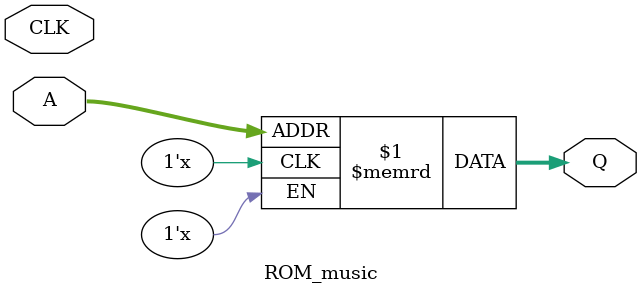
<source format=v>
module ROM_music(output wire[3:0] Q,
                 input wire[7:0] A,
                 input wire CLK
);

reg [3:0] mem[0:247] /* synthesis ram_init_file="music.mif" */;

assign Q = mem[A];

endmodule

</source>
